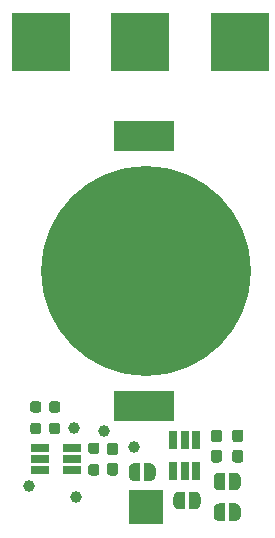
<source format=gbr>
%TF.GenerationSoftware,KiCad,Pcbnew,5.1.9*%
%TF.CreationDate,2021-01-01T13:20:52-05:00*%
%TF.ProjectId,card_lights,63617264-5f6c-4696-9768-74732e6b6963,rev?*%
%TF.SameCoordinates,PX754d4c0PY5e69ec0*%
%TF.FileFunction,Soldermask,Top*%
%TF.FilePolarity,Negative*%
%FSLAX46Y46*%
G04 Gerber Fmt 4.6, Leading zero omitted, Abs format (unit mm)*
G04 Created by KiCad (PCBNEW 5.1.9) date 2021-01-01 13:20:52*
%MOMM*%
%LPD*%
G01*
G04 APERTURE LIST*
%ADD10C,0.100000*%
%ADD11C,17.780001*%
%ADD12R,5.080000X2.540000*%
%ADD13R,3.000000X3.000000*%
%ADD14R,0.650000X1.560000*%
%ADD15R,1.560000X0.650000*%
%ADD16R,4.000000X4.000000*%
%ADD17C,1.000000*%
G04 APERTURE END LIST*
D10*
G36*
X-18000000Y-6000000D02*
G01*
X-22850000Y-6000000D01*
X-22850000Y-1150000D01*
X-18000000Y-1150000D01*
X-18000000Y-6000000D01*
G37*
X-18000000Y-6000000D02*
X-22850000Y-6000000D01*
X-22850000Y-1150000D01*
X-18000000Y-1150000D01*
X-18000000Y-6000000D01*
G36*
X-9600000Y-6000000D02*
G01*
X-14400000Y-6000000D01*
X-14400000Y-1150000D01*
X-9600000Y-1150000D01*
X-9600000Y-6000000D01*
G37*
X-9600000Y-6000000D02*
X-14400000Y-6000000D01*
X-14400000Y-1150000D01*
X-9600000Y-1150000D01*
X-9600000Y-6000000D01*
G36*
X-1150000Y-6000000D02*
G01*
X-6000000Y-6000000D01*
X-6000000Y-1150000D01*
X-1150000Y-1150000D01*
X-1150000Y-6000000D01*
G37*
X-1150000Y-6000000D02*
X-6000000Y-6000000D01*
X-6000000Y-1150000D01*
X-1150000Y-1150000D01*
X-1150000Y-6000000D01*
D11*
%TO.C,BT1*%
X-11500000Y-23000000D03*
D12*
X-11627000Y-11570000D03*
X-11627000Y-34430000D03*
%TD*%
D13*
%TO.C,TP6*%
X-11500000Y-43000000D03*
%TD*%
D10*
%TO.C,JP4*%
G36*
X-4750000Y-44150000D02*
G01*
X-5250000Y-44150000D01*
X-5250000Y-44149398D01*
X-5274534Y-44149398D01*
X-5323365Y-44144588D01*
X-5371490Y-44135016D01*
X-5418445Y-44120772D01*
X-5463778Y-44101995D01*
X-5507051Y-44078864D01*
X-5547850Y-44051604D01*
X-5585779Y-44020476D01*
X-5620476Y-43985779D01*
X-5651604Y-43947850D01*
X-5678864Y-43907051D01*
X-5701995Y-43863778D01*
X-5720772Y-43818445D01*
X-5735016Y-43771490D01*
X-5744588Y-43723365D01*
X-5749398Y-43674534D01*
X-5749398Y-43650000D01*
X-5750000Y-43650000D01*
X-5750000Y-43150000D01*
X-5749398Y-43150000D01*
X-5749398Y-43125466D01*
X-5744588Y-43076635D01*
X-5735016Y-43028510D01*
X-5720772Y-42981555D01*
X-5701995Y-42936222D01*
X-5678864Y-42892949D01*
X-5651604Y-42852150D01*
X-5620476Y-42814221D01*
X-5585779Y-42779524D01*
X-5547850Y-42748396D01*
X-5507051Y-42721136D01*
X-5463778Y-42698005D01*
X-5418445Y-42679228D01*
X-5371490Y-42664984D01*
X-5323365Y-42655412D01*
X-5274534Y-42650602D01*
X-5250000Y-42650602D01*
X-5250000Y-42650000D01*
X-4750000Y-42650000D01*
X-4750000Y-44150000D01*
G37*
G36*
X-3950000Y-42650602D02*
G01*
X-3925466Y-42650602D01*
X-3876635Y-42655412D01*
X-3828510Y-42664984D01*
X-3781555Y-42679228D01*
X-3736222Y-42698005D01*
X-3692949Y-42721136D01*
X-3652150Y-42748396D01*
X-3614221Y-42779524D01*
X-3579524Y-42814221D01*
X-3548396Y-42852150D01*
X-3521136Y-42892949D01*
X-3498005Y-42936222D01*
X-3479228Y-42981555D01*
X-3464984Y-43028510D01*
X-3455412Y-43076635D01*
X-3450602Y-43125466D01*
X-3450602Y-43150000D01*
X-3450000Y-43150000D01*
X-3450000Y-43650000D01*
X-3450602Y-43650000D01*
X-3450602Y-43674534D01*
X-3455412Y-43723365D01*
X-3464984Y-43771490D01*
X-3479228Y-43818445D01*
X-3498005Y-43863778D01*
X-3521136Y-43907051D01*
X-3548396Y-43947850D01*
X-3579524Y-43985779D01*
X-3614221Y-44020476D01*
X-3652150Y-44051604D01*
X-3692949Y-44078864D01*
X-3736222Y-44101995D01*
X-3781555Y-44120772D01*
X-3828510Y-44135016D01*
X-3876635Y-44144588D01*
X-3925466Y-44149398D01*
X-3950000Y-44149398D01*
X-3950000Y-44150000D01*
X-4450000Y-44150000D01*
X-4450000Y-42650000D01*
X-3950000Y-42650000D01*
X-3950000Y-42650602D01*
G37*
%TD*%
%TO.C,JP3*%
G36*
X-8650000Y-43149398D02*
G01*
X-8674534Y-43149398D01*
X-8723365Y-43144588D01*
X-8771490Y-43135016D01*
X-8818445Y-43120772D01*
X-8863778Y-43101995D01*
X-8907051Y-43078864D01*
X-8947850Y-43051604D01*
X-8985779Y-43020476D01*
X-9020476Y-42985779D01*
X-9051604Y-42947850D01*
X-9078864Y-42907051D01*
X-9101995Y-42863778D01*
X-9120772Y-42818445D01*
X-9135016Y-42771490D01*
X-9144588Y-42723365D01*
X-9149398Y-42674534D01*
X-9149398Y-42650000D01*
X-9150000Y-42650000D01*
X-9150000Y-42150000D01*
X-9149398Y-42150000D01*
X-9149398Y-42125466D01*
X-9144588Y-42076635D01*
X-9135016Y-42028510D01*
X-9120772Y-41981555D01*
X-9101995Y-41936222D01*
X-9078864Y-41892949D01*
X-9051604Y-41852150D01*
X-9020476Y-41814221D01*
X-8985779Y-41779524D01*
X-8947850Y-41748396D01*
X-8907051Y-41721136D01*
X-8863778Y-41698005D01*
X-8818445Y-41679228D01*
X-8771490Y-41664984D01*
X-8723365Y-41655412D01*
X-8674534Y-41650602D01*
X-8650000Y-41650602D01*
X-8650000Y-41650000D01*
X-8150000Y-41650000D01*
X-8150000Y-43150000D01*
X-8650000Y-43150000D01*
X-8650000Y-43149398D01*
G37*
G36*
X-7850000Y-41650000D02*
G01*
X-7350000Y-41650000D01*
X-7350000Y-41650602D01*
X-7325466Y-41650602D01*
X-7276635Y-41655412D01*
X-7228510Y-41664984D01*
X-7181555Y-41679228D01*
X-7136222Y-41698005D01*
X-7092949Y-41721136D01*
X-7052150Y-41748396D01*
X-7014221Y-41779524D01*
X-6979524Y-41814221D01*
X-6948396Y-41852150D01*
X-6921136Y-41892949D01*
X-6898005Y-41936222D01*
X-6879228Y-41981555D01*
X-6864984Y-42028510D01*
X-6855412Y-42076635D01*
X-6850602Y-42125466D01*
X-6850602Y-42150000D01*
X-6850000Y-42150000D01*
X-6850000Y-42650000D01*
X-6850602Y-42650000D01*
X-6850602Y-42674534D01*
X-6855412Y-42723365D01*
X-6864984Y-42771490D01*
X-6879228Y-42818445D01*
X-6898005Y-42863778D01*
X-6921136Y-42907051D01*
X-6948396Y-42947850D01*
X-6979524Y-42985779D01*
X-7014221Y-43020476D01*
X-7052150Y-43051604D01*
X-7092949Y-43078864D01*
X-7136222Y-43101995D01*
X-7181555Y-43120772D01*
X-7228510Y-43135016D01*
X-7276635Y-43144588D01*
X-7325466Y-43149398D01*
X-7350000Y-43149398D01*
X-7350000Y-43150000D01*
X-7850000Y-43150000D01*
X-7850000Y-41650000D01*
G37*
%TD*%
%TO.C,JP2*%
G36*
X-4750000Y-41550000D02*
G01*
X-5250000Y-41550000D01*
X-5250000Y-41549398D01*
X-5274534Y-41549398D01*
X-5323365Y-41544588D01*
X-5371490Y-41535016D01*
X-5418445Y-41520772D01*
X-5463778Y-41501995D01*
X-5507051Y-41478864D01*
X-5547850Y-41451604D01*
X-5585779Y-41420476D01*
X-5620476Y-41385779D01*
X-5651604Y-41347850D01*
X-5678864Y-41307051D01*
X-5701995Y-41263778D01*
X-5720772Y-41218445D01*
X-5735016Y-41171490D01*
X-5744588Y-41123365D01*
X-5749398Y-41074534D01*
X-5749398Y-41050000D01*
X-5750000Y-41050000D01*
X-5750000Y-40550000D01*
X-5749398Y-40550000D01*
X-5749398Y-40525466D01*
X-5744588Y-40476635D01*
X-5735016Y-40428510D01*
X-5720772Y-40381555D01*
X-5701995Y-40336222D01*
X-5678864Y-40292949D01*
X-5651604Y-40252150D01*
X-5620476Y-40214221D01*
X-5585779Y-40179524D01*
X-5547850Y-40148396D01*
X-5507051Y-40121136D01*
X-5463778Y-40098005D01*
X-5418445Y-40079228D01*
X-5371490Y-40064984D01*
X-5323365Y-40055412D01*
X-5274534Y-40050602D01*
X-5250000Y-40050602D01*
X-5250000Y-40050000D01*
X-4750000Y-40050000D01*
X-4750000Y-41550000D01*
G37*
G36*
X-3950000Y-40050602D02*
G01*
X-3925466Y-40050602D01*
X-3876635Y-40055412D01*
X-3828510Y-40064984D01*
X-3781555Y-40079228D01*
X-3736222Y-40098005D01*
X-3692949Y-40121136D01*
X-3652150Y-40148396D01*
X-3614221Y-40179524D01*
X-3579524Y-40214221D01*
X-3548396Y-40252150D01*
X-3521136Y-40292949D01*
X-3498005Y-40336222D01*
X-3479228Y-40381555D01*
X-3464984Y-40428510D01*
X-3455412Y-40476635D01*
X-3450602Y-40525466D01*
X-3450602Y-40550000D01*
X-3450000Y-40550000D01*
X-3450000Y-41050000D01*
X-3450602Y-41050000D01*
X-3450602Y-41074534D01*
X-3455412Y-41123365D01*
X-3464984Y-41171490D01*
X-3479228Y-41218445D01*
X-3498005Y-41263778D01*
X-3521136Y-41307051D01*
X-3548396Y-41347850D01*
X-3579524Y-41385779D01*
X-3614221Y-41420476D01*
X-3652150Y-41451604D01*
X-3692949Y-41478864D01*
X-3736222Y-41501995D01*
X-3781555Y-41520772D01*
X-3828510Y-41535016D01*
X-3876635Y-41544588D01*
X-3925466Y-41549398D01*
X-3950000Y-41549398D01*
X-3950000Y-41550000D01*
X-4450000Y-41550000D01*
X-4450000Y-40050000D01*
X-3950000Y-40050000D01*
X-3950000Y-40050602D01*
G37*
%TD*%
D14*
%TO.C,U2*%
X-9150000Y-39950000D03*
X-8200000Y-39950000D03*
X-7250000Y-39950000D03*
X-7250000Y-37250000D03*
X-9150000Y-37250000D03*
X-8200000Y-37250000D03*
%TD*%
D15*
%TO.C,U1*%
X-20450000Y-37950000D03*
X-20450000Y-38900000D03*
X-20450000Y-39850000D03*
X-17750000Y-39850000D03*
X-17750000Y-37950000D03*
X-17750000Y-38900000D03*
%TD*%
D16*
%TO.C,J4*%
X-4000000Y-4000000D03*
%TD*%
%TO.C,J2*%
X-12000000Y-4000000D03*
%TD*%
%TO.C,J3*%
X-20000000Y-4000000D03*
%TD*%
%TO.C,R1*%
G36*
G01*
X-19437500Y-34000000D02*
X-18962500Y-34000000D01*
G75*
G02*
X-18725000Y-34237500I0J-237500D01*
G01*
X-18725000Y-34737500D01*
G75*
G02*
X-18962500Y-34975000I-237500J0D01*
G01*
X-19437500Y-34975000D01*
G75*
G02*
X-19675000Y-34737500I0J237500D01*
G01*
X-19675000Y-34237500D01*
G75*
G02*
X-19437500Y-34000000I237500J0D01*
G01*
G37*
G36*
G01*
X-19437500Y-35825000D02*
X-18962500Y-35825000D01*
G75*
G02*
X-18725000Y-36062500I0J-237500D01*
G01*
X-18725000Y-36562500D01*
G75*
G02*
X-18962500Y-36800000I-237500J0D01*
G01*
X-19437500Y-36800000D01*
G75*
G02*
X-19675000Y-36562500I0J237500D01*
G01*
X-19675000Y-36062500D01*
G75*
G02*
X-19437500Y-35825000I237500J0D01*
G01*
G37*
%TD*%
%TO.C,R2*%
G36*
G01*
X-21037500Y-35825000D02*
X-20562500Y-35825000D01*
G75*
G02*
X-20325000Y-36062500I0J-237500D01*
G01*
X-20325000Y-36562500D01*
G75*
G02*
X-20562500Y-36800000I-237500J0D01*
G01*
X-21037500Y-36800000D01*
G75*
G02*
X-21275000Y-36562500I0J237500D01*
G01*
X-21275000Y-36062500D01*
G75*
G02*
X-21037500Y-35825000I237500J0D01*
G01*
G37*
G36*
G01*
X-21037500Y-34000000D02*
X-20562500Y-34000000D01*
G75*
G02*
X-20325000Y-34237500I0J-237500D01*
G01*
X-20325000Y-34737500D01*
G75*
G02*
X-20562500Y-34975000I-237500J0D01*
G01*
X-21037500Y-34975000D01*
G75*
G02*
X-21275000Y-34737500I0J237500D01*
G01*
X-21275000Y-34237500D01*
G75*
G02*
X-21037500Y-34000000I237500J0D01*
G01*
G37*
%TD*%
%TO.C,C1*%
G36*
G01*
X-14062500Y-40300000D02*
X-14537500Y-40300000D01*
G75*
G02*
X-14775000Y-40062500I0J237500D01*
G01*
X-14775000Y-39462500D01*
G75*
G02*
X-14537500Y-39225000I237500J0D01*
G01*
X-14062500Y-39225000D01*
G75*
G02*
X-13825000Y-39462500I0J-237500D01*
G01*
X-13825000Y-40062500D01*
G75*
G02*
X-14062500Y-40300000I-237500J0D01*
G01*
G37*
G36*
G01*
X-14062500Y-38575000D02*
X-14537500Y-38575000D01*
G75*
G02*
X-14775000Y-38337500I0J237500D01*
G01*
X-14775000Y-37737500D01*
G75*
G02*
X-14537500Y-37500000I237500J0D01*
G01*
X-14062500Y-37500000D01*
G75*
G02*
X-13825000Y-37737500I0J-237500D01*
G01*
X-13825000Y-38337500D01*
G75*
G02*
X-14062500Y-38575000I-237500J0D01*
G01*
G37*
%TD*%
%TO.C,C2*%
G36*
G01*
X-5262500Y-37475000D02*
X-5737500Y-37475000D01*
G75*
G02*
X-5975000Y-37237500I0J237500D01*
G01*
X-5975000Y-36637500D01*
G75*
G02*
X-5737500Y-36400000I237500J0D01*
G01*
X-5262500Y-36400000D01*
G75*
G02*
X-5025000Y-36637500I0J-237500D01*
G01*
X-5025000Y-37237500D01*
G75*
G02*
X-5262500Y-37475000I-237500J0D01*
G01*
G37*
G36*
G01*
X-5262500Y-39200000D02*
X-5737500Y-39200000D01*
G75*
G02*
X-5975000Y-38962500I0J237500D01*
G01*
X-5975000Y-38362500D01*
G75*
G02*
X-5737500Y-38125000I237500J0D01*
G01*
X-5262500Y-38125000D01*
G75*
G02*
X-5025000Y-38362500I0J-237500D01*
G01*
X-5025000Y-38962500D01*
G75*
G02*
X-5262500Y-39200000I-237500J0D01*
G01*
G37*
%TD*%
%TO.C,R3*%
G36*
G01*
X-16137500Y-39325000D02*
X-15662500Y-39325000D01*
G75*
G02*
X-15425000Y-39562500I0J-237500D01*
G01*
X-15425000Y-40062500D01*
G75*
G02*
X-15662500Y-40300000I-237500J0D01*
G01*
X-16137500Y-40300000D01*
G75*
G02*
X-16375000Y-40062500I0J237500D01*
G01*
X-16375000Y-39562500D01*
G75*
G02*
X-16137500Y-39325000I237500J0D01*
G01*
G37*
G36*
G01*
X-16137500Y-37500000D02*
X-15662500Y-37500000D01*
G75*
G02*
X-15425000Y-37737500I0J-237500D01*
G01*
X-15425000Y-38237500D01*
G75*
G02*
X-15662500Y-38475000I-237500J0D01*
G01*
X-16137500Y-38475000D01*
G75*
G02*
X-16375000Y-38237500I0J237500D01*
G01*
X-16375000Y-37737500D01*
G75*
G02*
X-16137500Y-37500000I237500J0D01*
G01*
G37*
%TD*%
%TO.C,C3*%
G36*
G01*
X-3462500Y-39200000D02*
X-3937500Y-39200000D01*
G75*
G02*
X-4175000Y-38962500I0J237500D01*
G01*
X-4175000Y-38362500D01*
G75*
G02*
X-3937500Y-38125000I237500J0D01*
G01*
X-3462500Y-38125000D01*
G75*
G02*
X-3225000Y-38362500I0J-237500D01*
G01*
X-3225000Y-38962500D01*
G75*
G02*
X-3462500Y-39200000I-237500J0D01*
G01*
G37*
G36*
G01*
X-3462500Y-37475000D02*
X-3937500Y-37475000D01*
G75*
G02*
X-4175000Y-37237500I0J237500D01*
G01*
X-4175000Y-36637500D01*
G75*
G02*
X-3937500Y-36400000I237500J0D01*
G01*
X-3462500Y-36400000D01*
G75*
G02*
X-3225000Y-36637500I0J-237500D01*
G01*
X-3225000Y-37237500D01*
G75*
G02*
X-3462500Y-37475000I-237500J0D01*
G01*
G37*
%TD*%
D17*
%TO.C,TP1*%
X-15000000Y-36500000D03*
%TD*%
%TO.C,TP2*%
X-17600000Y-36300000D03*
%TD*%
%TO.C,TP3*%
X-21400000Y-41200000D03*
%TD*%
%TO.C,TP4*%
X-17400000Y-42100000D03*
%TD*%
%TO.C,TP5*%
X-12500000Y-37900000D03*
%TD*%
D10*
%TO.C,JP1*%
G36*
X-11150000Y-39250602D02*
G01*
X-11125466Y-39250602D01*
X-11076635Y-39255412D01*
X-11028510Y-39264984D01*
X-10981555Y-39279228D01*
X-10936222Y-39298005D01*
X-10892949Y-39321136D01*
X-10852150Y-39348396D01*
X-10814221Y-39379524D01*
X-10779524Y-39414221D01*
X-10748396Y-39452150D01*
X-10721136Y-39492949D01*
X-10698005Y-39536222D01*
X-10679228Y-39581555D01*
X-10664984Y-39628510D01*
X-10655412Y-39676635D01*
X-10650602Y-39725466D01*
X-10650602Y-39750000D01*
X-10650000Y-39750000D01*
X-10650000Y-40250000D01*
X-10650602Y-40250000D01*
X-10650602Y-40274534D01*
X-10655412Y-40323365D01*
X-10664984Y-40371490D01*
X-10679228Y-40418445D01*
X-10698005Y-40463778D01*
X-10721136Y-40507051D01*
X-10748396Y-40547850D01*
X-10779524Y-40585779D01*
X-10814221Y-40620476D01*
X-10852150Y-40651604D01*
X-10892949Y-40678864D01*
X-10936222Y-40701995D01*
X-10981555Y-40720772D01*
X-11028510Y-40735016D01*
X-11076635Y-40744588D01*
X-11125466Y-40749398D01*
X-11150000Y-40749398D01*
X-11150000Y-40750000D01*
X-11650000Y-40750000D01*
X-11650000Y-39250000D01*
X-11150000Y-39250000D01*
X-11150000Y-39250602D01*
G37*
G36*
X-11950000Y-40750000D02*
G01*
X-12450000Y-40750000D01*
X-12450000Y-40749398D01*
X-12474534Y-40749398D01*
X-12523365Y-40744588D01*
X-12571490Y-40735016D01*
X-12618445Y-40720772D01*
X-12663778Y-40701995D01*
X-12707051Y-40678864D01*
X-12747850Y-40651604D01*
X-12785779Y-40620476D01*
X-12820476Y-40585779D01*
X-12851604Y-40547850D01*
X-12878864Y-40507051D01*
X-12901995Y-40463778D01*
X-12920772Y-40418445D01*
X-12935016Y-40371490D01*
X-12944588Y-40323365D01*
X-12949398Y-40274534D01*
X-12949398Y-40250000D01*
X-12950000Y-40250000D01*
X-12950000Y-39750000D01*
X-12949398Y-39750000D01*
X-12949398Y-39725466D01*
X-12944588Y-39676635D01*
X-12935016Y-39628510D01*
X-12920772Y-39581555D01*
X-12901995Y-39536222D01*
X-12878864Y-39492949D01*
X-12851604Y-39452150D01*
X-12820476Y-39414221D01*
X-12785779Y-39379524D01*
X-12747850Y-39348396D01*
X-12707051Y-39321136D01*
X-12663778Y-39298005D01*
X-12618445Y-39279228D01*
X-12571490Y-39264984D01*
X-12523365Y-39255412D01*
X-12474534Y-39250602D01*
X-12450000Y-39250602D01*
X-12450000Y-39250000D01*
X-11950000Y-39250000D01*
X-11950000Y-40750000D01*
G37*
%TD*%
M02*

</source>
